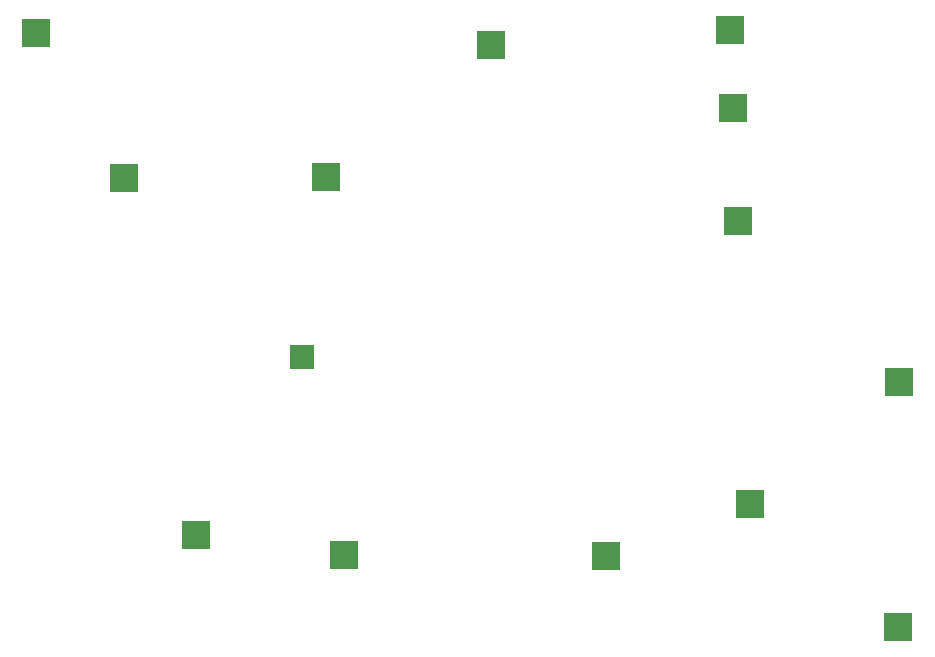
<source format=gbp>
G04 #@! TF.FileFunction,Paste,Bot*
%FSLAX46Y46*%
G04 Gerber Fmt 4.6, Leading zero omitted, Abs format (unit mm)*
G04 Created by KiCad (PCBNEW 4.0.6-e0-6349~53~ubuntu16.04.1) date Sat Aug  5 14:54:51 2017*
%MOMM*%
%LPD*%
G01*
G04 APERTURE LIST*
%ADD10C,0.150000*%
%ADD11R,1.999488X1.999488*%
%ADD12R,2.400000X2.400000*%
G04 APERTURE END LIST*
D10*
D11*
X127010000Y-89430000D03*
D12*
X104500000Y-62000000D03*
X111900000Y-74300000D03*
X129025000Y-74150000D03*
X143000000Y-63000000D03*
X163200000Y-61700000D03*
X163475000Y-68350000D03*
X163900000Y-77900000D03*
X177500000Y-91550000D03*
X177450000Y-112290000D03*
X164900000Y-101880000D03*
X152750000Y-106270000D03*
X130525000Y-106175000D03*
X118000000Y-104500000D03*
M02*

</source>
